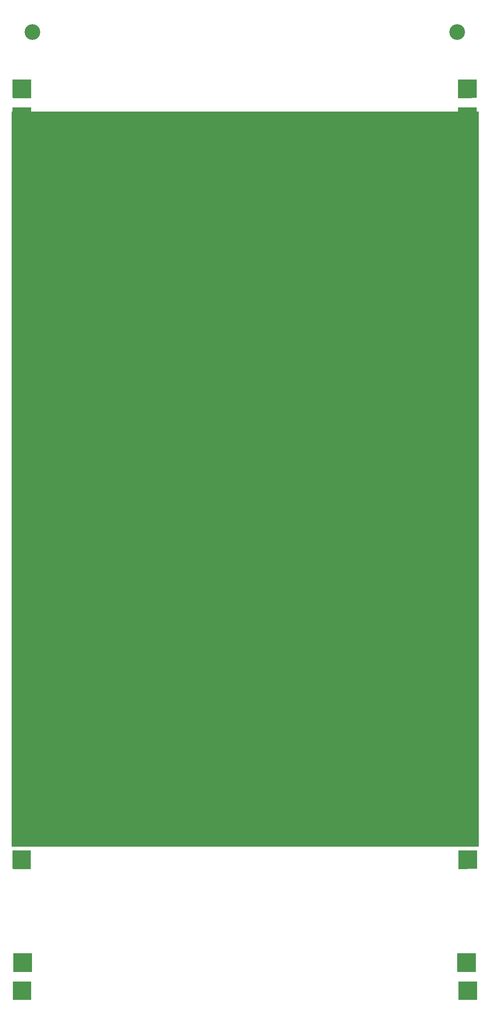
<source format=gbr>
%TF.GenerationSoftware,KiCad,Pcbnew,(5.1.6)-1*%
%TF.CreationDate,2020-10-10T00:17:57+01:00*%
%TF.ProjectId,Side 2,53696465-2032-42e6-9b69-6361645f7063,rev?*%
%TF.SameCoordinates,Original*%
%TF.FileFunction,Soldermask,Bot*%
%TF.FilePolarity,Negative*%
%FSLAX46Y46*%
G04 Gerber Fmt 4.6, Leading zero omitted, Abs format (unit mm)*
G04 Created by KiCad (PCBNEW (5.1.6)-1) date 2020-10-10 00:17:57*
%MOMM*%
%LPD*%
G01*
G04 APERTURE LIST*
%ADD10C,0.010000*%
%ADD11C,3.200000*%
G04 APERTURE END LIST*
D10*
%TO.C,G\u002A\u002A\u002A*%
G36*
X-32547750Y-30296917D02*
G01*
X-34394541Y-30302324D01*
X-36241333Y-30307732D01*
X-36241333Y-26603333D01*
X-32536934Y-26603333D01*
X-32547750Y-30296917D01*
G37*
X-32547750Y-30296917D02*
X-34394541Y-30302324D01*
X-36241333Y-30307732D01*
X-36241333Y-26603333D01*
X-32536934Y-26603333D01*
X-32547750Y-30296917D01*
G36*
X-123321000Y-30307500D02*
G01*
X-125158972Y-30307500D01*
X-125434250Y-30307341D01*
X-125697358Y-30306880D01*
X-125945223Y-30306140D01*
X-126174773Y-30305145D01*
X-126382937Y-30303918D01*
X-126566641Y-30302482D01*
X-126722813Y-30300861D01*
X-126848382Y-30299079D01*
X-126940274Y-30297158D01*
X-126995418Y-30295123D01*
X-127011055Y-30293389D01*
X-127013168Y-30270582D01*
X-127015184Y-30208514D01*
X-127017081Y-30110257D01*
X-127018836Y-29978884D01*
X-127020425Y-29817467D01*
X-127021824Y-29629078D01*
X-127023011Y-29416789D01*
X-127023961Y-29183673D01*
X-127024652Y-28932803D01*
X-127025060Y-28667249D01*
X-127025166Y-28441305D01*
X-127025166Y-26603333D01*
X-123321000Y-26603333D01*
X-123321000Y-30307500D01*
G37*
X-123321000Y-30307500D02*
X-125158972Y-30307500D01*
X-125434250Y-30307341D01*
X-125697358Y-30306880D01*
X-125945223Y-30306140D01*
X-126174773Y-30305145D01*
X-126382937Y-30303918D01*
X-126566641Y-30302482D01*
X-126722813Y-30300861D01*
X-126848382Y-30299079D01*
X-126940274Y-30297158D01*
X-126995418Y-30295123D01*
X-127011055Y-30293389D01*
X-127013168Y-30270582D01*
X-127015184Y-30208514D01*
X-127017081Y-30110257D01*
X-127018836Y-29978884D01*
X-127020425Y-29817467D01*
X-127021824Y-29629078D01*
X-127023011Y-29416789D01*
X-127023961Y-29183673D01*
X-127024652Y-28932803D01*
X-127025060Y-28667249D01*
X-127025166Y-28441305D01*
X-127025166Y-26603333D01*
X-123321000Y-26603333D01*
X-123321000Y-30307500D01*
G36*
X-123321000Y-33165000D02*
G01*
X-36241333Y-33165000D01*
X-36241333Y-32297167D01*
X-32537166Y-32297167D01*
X-32537166Y-33165000D01*
X-32134994Y-33165000D01*
X-32140289Y-107867458D01*
X-32145583Y-182569917D01*
X-79670041Y-182575213D01*
X-127194500Y-182580509D01*
X-127194500Y-33165000D01*
X-127025166Y-33165000D01*
X-127025166Y-32297167D01*
X-123321000Y-32297167D01*
X-123321000Y-33165000D01*
G37*
X-123321000Y-33165000D02*
X-36241333Y-33165000D01*
X-36241333Y-32297167D01*
X-32537166Y-32297167D01*
X-32537166Y-33165000D01*
X-32134994Y-33165000D01*
X-32140289Y-107867458D01*
X-32145583Y-182569917D01*
X-79670041Y-182575213D01*
X-127194500Y-182580509D01*
X-127194500Y-33165000D01*
X-127025166Y-33165000D01*
X-127025166Y-32297167D01*
X-123321000Y-32297167D01*
X-123321000Y-33165000D01*
G36*
X-32500009Y-185252792D02*
G01*
X-32505416Y-187099583D01*
X-36199000Y-187110399D01*
X-36199000Y-183406000D01*
X-32494601Y-183406000D01*
X-32500009Y-185252792D01*
G37*
X-32500009Y-185252792D02*
X-32505416Y-187099583D01*
X-36199000Y-187110399D01*
X-36199000Y-183406000D01*
X-32494601Y-183406000D01*
X-32500009Y-185252792D01*
G36*
X-123363333Y-187110167D02*
G01*
X-125201305Y-187110167D01*
X-125476583Y-187110008D01*
X-125739691Y-187109547D01*
X-125987556Y-187108807D01*
X-126217106Y-187107812D01*
X-126425270Y-187106585D01*
X-126608974Y-187105149D01*
X-126765147Y-187103528D01*
X-126890715Y-187101746D01*
X-126982608Y-187099825D01*
X-127037752Y-187097789D01*
X-127053389Y-187096055D01*
X-127055501Y-187073248D01*
X-127057517Y-187011181D01*
X-127059415Y-186912924D01*
X-127061169Y-186781551D01*
X-127062758Y-186620134D01*
X-127064158Y-186431745D01*
X-127065344Y-186219456D01*
X-127066295Y-185986340D01*
X-127066985Y-185735469D01*
X-127067393Y-185469915D01*
X-127067500Y-185243972D01*
X-127067500Y-183406000D01*
X-123363333Y-183406000D01*
X-123363333Y-187110167D01*
G37*
X-123363333Y-187110167D02*
X-125201305Y-187110167D01*
X-125476583Y-187110008D01*
X-125739691Y-187109547D01*
X-125987556Y-187108807D01*
X-126217106Y-187107812D01*
X-126425270Y-187106585D01*
X-126608974Y-187105149D01*
X-126765147Y-187103528D01*
X-126890715Y-187101746D01*
X-126982608Y-187099825D01*
X-127037752Y-187097789D01*
X-127053389Y-187096055D01*
X-127055501Y-187073248D01*
X-127057517Y-187011181D01*
X-127059415Y-186912924D01*
X-127061169Y-186781551D01*
X-127062758Y-186620134D01*
X-127064158Y-186431745D01*
X-127065344Y-186219456D01*
X-127066295Y-185986340D01*
X-127066985Y-185735469D01*
X-127067393Y-185469915D01*
X-127067500Y-185243972D01*
X-127067500Y-183406000D01*
X-123363333Y-183406000D01*
X-123363333Y-187110167D01*
G36*
X-32727666Y-208044000D02*
G01*
X-36432066Y-208044000D01*
X-36426658Y-206197208D01*
X-36421250Y-204350417D01*
X-32727666Y-204339601D01*
X-32727666Y-208044000D01*
G37*
X-32727666Y-208044000D02*
X-36432066Y-208044000D01*
X-36426658Y-206197208D01*
X-36421250Y-204350417D01*
X-32727666Y-204339601D01*
X-32727666Y-208044000D01*
G36*
X-124987875Y-204345009D02*
G01*
X-123141083Y-204350417D01*
X-123135675Y-206197208D01*
X-123130267Y-208044000D01*
X-126834666Y-208044000D01*
X-126834666Y-204339601D01*
X-124987875Y-204345009D01*
G37*
X-124987875Y-204345009D02*
X-123141083Y-204350417D01*
X-123135675Y-206197208D01*
X-123130267Y-208044000D01*
X-126834666Y-208044000D01*
X-126834666Y-204339601D01*
X-124987875Y-204345009D01*
G36*
X-32500009Y-211901625D02*
G01*
X-32505416Y-213748417D01*
X-34352208Y-213753824D01*
X-36199000Y-213759232D01*
X-36199000Y-210054833D01*
X-32494601Y-210054833D01*
X-32500009Y-211901625D01*
G37*
X-32500009Y-211901625D02*
X-32505416Y-213748417D01*
X-34352208Y-213753824D01*
X-36199000Y-213759232D01*
X-36199000Y-210054833D01*
X-32494601Y-210054833D01*
X-32500009Y-211901625D01*
G36*
X-123289250Y-213748417D02*
G01*
X-125136041Y-213753824D01*
X-126982833Y-213759232D01*
X-126982833Y-210054833D01*
X-123278434Y-210054833D01*
X-123289250Y-213748417D01*
G37*
X-123289250Y-213748417D02*
X-125136041Y-213753824D01*
X-126982833Y-213759232D01*
X-126982833Y-210054833D01*
X-123278434Y-210054833D01*
X-123289250Y-213748417D01*
%TD*%
D11*
%TO.C,REF\u002A\u002A*%
X-36440000Y-17000000D03*
%TD*%
%TO.C,REF\u002A\u002A*%
X-123000000Y-17000000D03*
%TD*%
M02*

</source>
